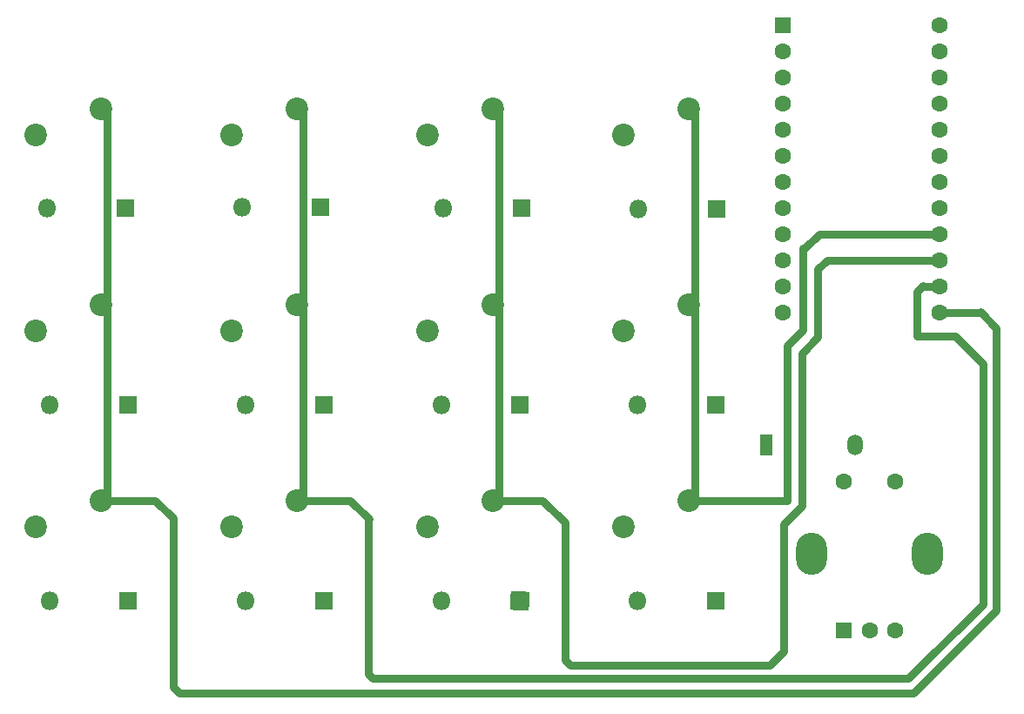
<source format=gbr>
G04 #@! TF.GenerationSoftware,KiCad,Pcbnew,7.0.10*
G04 #@! TF.CreationDate,2024-02-09T18:03:28-08:00*
G04 #@! TF.ProjectId,4x3,3478332e-6b69-4636-9164-5f7063625858,rev?*
G04 #@! TF.SameCoordinates,Original*
G04 #@! TF.FileFunction,Copper,L1,Top*
G04 #@! TF.FilePolarity,Positive*
%FSLAX46Y46*%
G04 Gerber Fmt 4.6, Leading zero omitted, Abs format (unit mm)*
G04 Created by KiCad (PCBNEW 7.0.10) date 2024-02-09 18:03:28*
%MOMM*%
%LPD*%
G01*
G04 APERTURE LIST*
G04 Aperture macros list*
%AMRoundRect*
0 Rectangle with rounded corners*
0 $1 Rounding radius*
0 $2 $3 $4 $5 $6 $7 $8 $9 X,Y pos of 4 corners*
0 Add a 4 corners polygon primitive as box body*
4,1,4,$2,$3,$4,$5,$6,$7,$8,$9,$2,$3,0*
0 Add four circle primitives for the rounded corners*
1,1,$1+$1,$2,$3*
1,1,$1+$1,$4,$5*
1,1,$1+$1,$6,$7*
1,1,$1+$1,$8,$9*
0 Add four rect primitives between the rounded corners*
20,1,$1+$1,$2,$3,$4,$5,0*
20,1,$1+$1,$4,$5,$6,$7,0*
20,1,$1+$1,$6,$7,$8,$9,0*
20,1,$1+$1,$8,$9,$2,$3,0*%
%AMRotRect*
0 Rectangle, with rotation*
0 The origin of the aperture is its center*
0 $1 length*
0 $2 width*
0 $3 Rotation angle, in degrees counterclockwise*
0 Add horizontal line*
21,1,$1,$2,0,0,$3*%
G04 Aperture macros list end*
G04 #@! TA.AperFunction,ComponentPad*
%ADD10R,1.150000X2.000000*%
G04 #@! TD*
G04 #@! TA.AperFunction,ComponentPad*
%ADD11O,1.500000X2.000000*%
G04 #@! TD*
G04 #@! TA.AperFunction,ComponentPad*
%ADD12O,3.000000X4.100000*%
G04 #@! TD*
G04 #@! TA.AperFunction,ComponentPad*
%ADD13C,1.600000*%
G04 #@! TD*
G04 #@! TA.AperFunction,ComponentPad*
%ADD14RoundRect,0.250000X0.550000X-0.550000X0.550000X0.550000X-0.550000X0.550000X-0.550000X-0.550000X0*%
G04 #@! TD*
G04 #@! TA.AperFunction,ComponentPad*
%ADD15R,1.600000X1.600000*%
G04 #@! TD*
G04 #@! TA.AperFunction,ComponentPad*
%ADD16C,2.200000*%
G04 #@! TD*
G04 #@! TA.AperFunction,ComponentPad*
%ADD17R,1.800000X1.800000*%
G04 #@! TD*
G04 #@! TA.AperFunction,ComponentPad*
%ADD18O,1.800000X1.800000*%
G04 #@! TD*
G04 #@! TA.AperFunction,ComponentPad*
%ADD19RotRect,1.800000X1.800000X179.000000*%
G04 #@! TD*
G04 #@! TA.AperFunction,Conductor*
%ADD20C,0.750000*%
G04 #@! TD*
G04 APERTURE END LIST*
D10*
X230150000Y-141150000D03*
D11*
X238857500Y-141150000D03*
D12*
X245820000Y-151730000D03*
X234620000Y-151730000D03*
D13*
X242720000Y-144730000D03*
X237720000Y-144730000D03*
X240220000Y-159230000D03*
X242720000Y-159230000D03*
D14*
X237720000Y-159230000D03*
D13*
X247020000Y-100330000D03*
X247020000Y-102870000D03*
X247020000Y-105410000D03*
X247020000Y-107950000D03*
X247020000Y-110490000D03*
X247020000Y-113030000D03*
X247020000Y-115570000D03*
X247020000Y-118110000D03*
X247020000Y-120650000D03*
X247020000Y-123190000D03*
X247020000Y-125730000D03*
X247020000Y-128270000D03*
X231780000Y-128270000D03*
X231780000Y-125730000D03*
X231780000Y-123190000D03*
X231780000Y-120650000D03*
X231780000Y-118110000D03*
X231780000Y-115570000D03*
X231780000Y-113030000D03*
X231780000Y-110490000D03*
X231780000Y-107950000D03*
X231780000Y-105410000D03*
X231780000Y-102870000D03*
D15*
X231780000Y-100330000D03*
D16*
X165500000Y-146550000D03*
X159150000Y-149090000D03*
D17*
X225310000Y-156300000D03*
D18*
X217690000Y-156300000D03*
D19*
X206210000Y-156300000D03*
D18*
X198590000Y-156300000D03*
D17*
X187210000Y-156300000D03*
D18*
X179590000Y-156300000D03*
D17*
X168110000Y-156300000D03*
D18*
X160490000Y-156300000D03*
D17*
X225310000Y-137300000D03*
D18*
X217690000Y-137300000D03*
D17*
X206210000Y-137300000D03*
D18*
X198590000Y-137300000D03*
D17*
X187210000Y-137300000D03*
D18*
X179590000Y-137300000D03*
D17*
X168110000Y-137300000D03*
D18*
X160490000Y-137300000D03*
D16*
X165500000Y-108450000D03*
X159150000Y-110990000D03*
X222650000Y-127500000D03*
X216300000Y-130040000D03*
X222650000Y-108450000D03*
X216300000Y-110990000D03*
X184550000Y-127500000D03*
X178200000Y-130040000D03*
X203600000Y-108450000D03*
X197250000Y-110990000D03*
X222650000Y-146550000D03*
X216300000Y-149090000D03*
X184550000Y-146550000D03*
X178200000Y-149090000D03*
D17*
X225323400Y-118237000D03*
D18*
X217703400Y-118237000D03*
D17*
X167910000Y-118135400D03*
D18*
X160290000Y-118135400D03*
D17*
X186867800Y-118084600D03*
D18*
X179247800Y-118084600D03*
D17*
X206375000Y-118110000D03*
D18*
X198755000Y-118110000D03*
D16*
X203600000Y-127500000D03*
X197250000Y-130040000D03*
X203600000Y-146550000D03*
X197250000Y-149090000D03*
X165500000Y-127500000D03*
X159150000Y-130040000D03*
X184550000Y-108450000D03*
X178200000Y-110990000D03*
D20*
X236080000Y-123180000D02*
X236090000Y-123190000D01*
X236090000Y-123190000D02*
X247020000Y-123190000D01*
X235170000Y-124090000D02*
X236080000Y-123180000D01*
X235170000Y-130700000D02*
X235170000Y-124090000D01*
X233620000Y-132250000D02*
X235170000Y-130700000D01*
X233620000Y-147080000D02*
X233620000Y-132250000D01*
X231860000Y-148840000D02*
X233620000Y-147080000D01*
X231860000Y-161270000D02*
X231860000Y-148840000D01*
X230530000Y-162600000D02*
X231860000Y-161270000D01*
X211100000Y-162600000D02*
X230530000Y-162600000D01*
X210600000Y-162100000D02*
X211100000Y-162600000D01*
X210600000Y-148700000D02*
X210600000Y-162100000D01*
X208450000Y-146550000D02*
X210600000Y-148700000D01*
X203600000Y-146550000D02*
X208450000Y-146550000D01*
X245450000Y-125730000D02*
X247020000Y-125730000D01*
X244870000Y-126270000D02*
X245430000Y-125710000D01*
X245430000Y-125710000D02*
X245450000Y-125730000D01*
X244870000Y-130560000D02*
X244870000Y-126270000D01*
X248530000Y-130560000D02*
X244870000Y-130560000D01*
X251260000Y-133290000D02*
X248530000Y-130560000D01*
X251260000Y-156640000D02*
X251260000Y-133290000D01*
X244000000Y-163900000D02*
X251260000Y-156640000D01*
X191900000Y-163900000D02*
X244000000Y-163900000D01*
X191450000Y-163450000D02*
X191900000Y-163900000D01*
X191450000Y-148550000D02*
X191450000Y-163450000D01*
X191600000Y-148400000D02*
X191450000Y-148550000D01*
X189750000Y-146550000D02*
X191600000Y-148400000D01*
X184550000Y-146550000D02*
X189750000Y-146550000D01*
X250950000Y-128270000D02*
X247020000Y-128270000D01*
X250980000Y-128240000D02*
X250950000Y-128270000D01*
X252530000Y-157270000D02*
X252530000Y-129790000D01*
X244500000Y-165300000D02*
X252530000Y-157270000D01*
X173100000Y-165300000D02*
X244500000Y-165300000D01*
X172500000Y-164700000D02*
X173100000Y-165300000D01*
X170750000Y-146550000D02*
X172500000Y-148300000D01*
X172500000Y-148300000D02*
X172500000Y-164700000D01*
X252530000Y-129790000D02*
X250980000Y-128240000D01*
X165500000Y-146550000D02*
X170750000Y-146550000D01*
X233910000Y-122050000D02*
X235310000Y-120650000D01*
X233770000Y-122050000D02*
X233910000Y-122050000D01*
X235310000Y-120650000D02*
X247020000Y-120650000D01*
X233770000Y-130000000D02*
X233770000Y-122050000D01*
X232220000Y-131550000D02*
X233770000Y-130000000D01*
X232220000Y-146550000D02*
X232220000Y-131550000D01*
X222650000Y-146550000D02*
X232220000Y-146550000D01*
X166050000Y-127500000D02*
X166050000Y-123000000D01*
X166050000Y-146550000D02*
X166050000Y-142050000D01*
X166050000Y-108450000D02*
X166050000Y-118450000D01*
X166050000Y-137500000D02*
X166050000Y-142000000D01*
X166050000Y-118450000D02*
X166050000Y-122950000D01*
X166050000Y-127500000D02*
X166050000Y-137500000D01*
X185100000Y-118450000D02*
X185100000Y-122950000D01*
X185100000Y-127500000D02*
X185100000Y-137500000D01*
X185100000Y-137500000D02*
X185100000Y-142000000D01*
X185100000Y-108450000D02*
X185100000Y-118450000D01*
X185100000Y-127500000D02*
X185100000Y-123000000D01*
X185100000Y-146550000D02*
X185100000Y-142050000D01*
X204150000Y-108450000D02*
X204150000Y-118450000D01*
X204150000Y-127500000D02*
X204150000Y-123000000D01*
X204150000Y-146550000D02*
X204150000Y-142050000D01*
X204150000Y-118450000D02*
X204150000Y-122950000D01*
X204150000Y-127500000D02*
X204150000Y-137500000D01*
X204150000Y-137500000D02*
X204150000Y-142000000D01*
X223200000Y-137500000D02*
X223200000Y-142000000D01*
X223200000Y-146550000D02*
X223200000Y-142050000D01*
X223200000Y-127500000D02*
X223200000Y-137500000D01*
X223200000Y-127500000D02*
X223200000Y-123000000D01*
X223200000Y-108450000D02*
X223200000Y-118450000D01*
X223200000Y-118450000D02*
X223200000Y-122950000D01*
M02*

</source>
